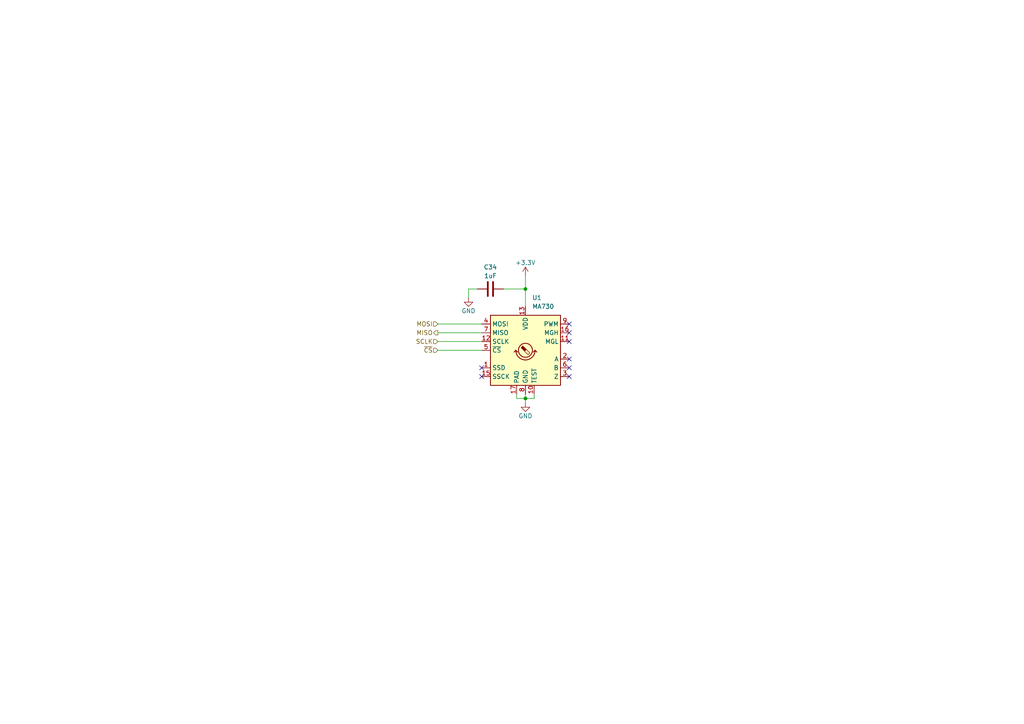
<source format=kicad_sch>
(kicad_sch (version 20230121) (generator eeschema)
  (paper "A4")
  (lib_symbols
    (symbol "Device:C" (pin_numbers hide) (pin_names (offset 0.254))
      (property "Reference" "C" (at 0.635 2.54 0))
      (property "Value" "C" (at 0.635 -2.54 0))
      (symbol "C_0_1"
        (polyline (pts (xy -2.032 -0.762) (xy 2.032 -0.762)) (stroke (width 0.508)))
        (polyline (pts (xy -2.032 0.762) (xy 2.032 0.762)) (stroke (width 0.508)))
      )
      (symbol "C_1_1"
        (pin passive line (at 0 3.81 270) (length 2.794) (name "~") (number "1"))
        (pin passive line (at 0 -3.81 90) (length 2.794) (name "~") (number "2"))
      )
    )
    (symbol "Sensor_Magnetic:MA730"
      (property "Reference" "U" (at -10.16 11.43 0))
      (property "Value" "MA730" (at 10.16 11.43 0))
      (symbol "MA730_0_1"
        (rectangle (start -10.16 10.16) (end 10.16 -10.16) (stroke (width 0.254)) (fill (type background)))
        (arc (start -2.794 0) (mid 0 -2.7819) (end 2.794 0) (stroke (width 0.254)))
        (polyline (pts (xy -2.794 0) (xy -3.302 -0.508)) (stroke (width 0.254)))
        (polyline (pts (xy -2.794 0) (xy -2.286 -0.508)) (stroke (width 0.254)))
        (polyline (pts (xy 2.794 0) (xy 2.286 -0.508)) (stroke (width 0.254)))
        (polyline (pts (xy 2.794 0) (xy 3.302 -0.508)) (stroke (width 0.254)))
      )
      (symbol "MA730_1_1"
        (polyline (pts (xy 0.254 0.254) (xy 1.27 -0.762) (xy 0.762 -1.27) (xy -0.254 -0.254)))
        (polyline (pts (xy -0.762 1.27) (xy 0.254 0.254) (xy -0.254 -0.254) (xy -1.27 0.762) (xy -1.016 1.016) (xy -0.762 1.27) (xy -0.635 1.143)) (fill (type outline)))
        (circle (center 0 0) (radius 2.032) (stroke (width 0.254)))
        (pin output line (at -12.7 -5.08 0) (length 2.54) (name "SSD") (number "1"))
        (pin passive line (at 2.54 -12.7 90) (length 2.54) (name "TEST") (number "10"))
        (pin output line (at 12.7 2.54 180) (length 2.54) (name "MGL") (number "11"))
        (pin input line (at -12.7 2.54 0) (length 2.54) (name "SCLK") (number "12"))
        (pin power_in line (at 0 12.7 270) (length 2.54) (name "VDD") (number "13"))
        (pin no_connect line (at 5.08 -10.16 90) (length 2.54) hide (name "NC") (number "14"))
        (pin input line (at -12.7 -7.62 0) (length 2.54) (name "SSCK") (number "15"))
        (pin output line (at 12.7 5.08 180) (length 2.54) (name "MGH") (number "16"))
        (pin input line (at -2.54 -12.7 90) (length 2.54) (name "PAD") (number "17"))
        (pin output line (at 12.7 -2.54 180) (length 2.54) (name "A") (number "2"))
        (pin output line (at 12.7 -7.62 180) (length 2.54) (name "Z") (number "3"))
        (pin input line (at -12.7 7.62 0) (length 2.54) (name "MOSI") (number "4"))
        (pin input line (at -12.7 0 0) (length 2.54) (name "~{CS}") (number "5"))
        (pin output line (at 12.7 -5.08 180) (length 2.54) (name "B") (number "6"))
        (pin output line (at -12.7 5.08 0) (length 2.54) (name "MISO") (number "7"))
        (pin power_in line (at 0 -12.7 90) (length 2.54) (name "GND") (number "8"))
        (pin output line (at 12.7 7.62 180) (length 2.54) (name "PWM") (number "9"))
      )
    )
    (symbol "power:+3.3V" (power) (pin_names (offset 0))
      (property "Value" "+3.3V" (at 0 3.556 0))
      (symbol "+3.3V_0_1"
        (polyline (pts (xy -0.762 1.27) (xy 0 2.54)))
        (polyline (pts (xy 0 0) (xy 0 2.54)))
        (polyline (pts (xy 0 2.54) (xy 0.762 1.27)))
      )
      (symbol "+3.3V_1_1"
        (pin power_in line (at 0 0 90) (length 0) hide (name "+3.3V") (number "1"))
      )
    )
    (symbol "power:GND" (power) (pin_names (offset 0))
      (property "Value" "GND" (at 0 -3.81 0))
      (symbol "GND_0_1"
        (polyline (pts (xy 0 0) (xy 0 -1.27) (xy 1.27 -1.27) (xy 0 -2.54) (xy -1.27 -1.27) (xy 0 -1.27)))
      )
      (symbol "GND_1_1"
        (pin power_in line (at 0 0 270) (length 0) hide (name "GND") (number "1"))
      )
    )
  )
  (junction (at 152.4 83.82))
  (junction (at 152.4 115.57))
  (no_connect (at 165.1 96.52))
  (no_connect (at 165.1 104.14))
  (no_connect (at 139.7 106.68))
  (no_connect (at 165.1 109.22))
  (no_connect (at 165.1 106.68))
  (no_connect (at 139.7 109.22))
  (no_connect (at 165.1 99.06))
  (no_connect (at 165.1 93.98))
  (wire (pts (xy 149.86 114.3) (xy 149.86 115.57)))
  (wire (pts (xy 152.4 114.3) (xy 152.4 115.57)))
  (wire (pts (xy 154.94 114.3) (xy 154.94 115.57)))
  (wire (pts (xy 127 99.06) (xy 139.7 99.06)))
  (wire (pts (xy 146.05 83.82) (xy 152.4 83.82)))
  (wire (pts (xy 149.86 115.57) (xy 152.4 115.57)))
  (wire (pts (xy 127 96.52) (xy 139.7 96.52)))
  (wire (pts (xy 127 101.6) (xy 139.7 101.6)))
  (wire (pts (xy 152.4 80.01) (xy 152.4 83.82)))
  (wire (pts (xy 152.4 115.57) (xy 154.94 115.57)))
  (wire (pts (xy 135.89 83.82) (xy 135.89 86.36)))
  (wire (pts (xy 127 93.98) (xy 139.7 93.98)))
  (wire (pts (xy 152.4 115.57) (xy 152.4 116.84)))
  (wire (pts (xy 138.43 83.82) (xy 135.89 83.82)))
  (wire (pts (xy 152.4 83.82) (xy 152.4 88.9)))
  (hierarchical_label "~{CS}" (shape input) (at 127 101.6 180))
  (hierarchical_label "MISO" (shape output) (at 127 96.52 180))
  (hierarchical_label "MOSI" (shape input) (at 127 93.98 180))
  (hierarchical_label "SCLK" (shape input) (at 127 99.06 180))
  (symbol (lib_id "power:GND") (at 135.89 86.36 0) (unit 1)
    (property "Reference" "#PWR039" (effects hide))
    (property "Value" "GND" (at 135.89 90.17 0))
    (instances (project "moco-oi401" (path "" (reference "#PWR039") (unit 1))) (project "moco-od501" (path "" (reference "#PWR?") (unit 1))))
  )
  (symbol (lib_id "Device:C") (at 142.24 83.82 90) (unit 1)
    (property "Reference" "C34" (at 142.24 77.47 90))
    (property "Value" "1uF" (at 142.24 80.01 90))
    (property "Footprint" "Capacitor_SMD:C_0402_1005Metric_Pad0.74x0.62mm_HandSolder" (effects hide))
  )
  (symbol (lib_id "power:GND") (at 152.4 116.84 0) (unit 1)
    (property "Reference" "#PWR06" (effects hide))
    (property "Value" "GND" (at 152.4 120.65 0))
    (instances (project "moco-oi401" (path "" (reference "#PWR06") (unit 1))) (project "moco-od501" (path "" (reference "#PWR?") (unit 1))))
  )
  (symbol (lib_id "Sensor_Magnetic:MA730") (at 152.4 101.6 0) (unit 1)
    (property "Reference" "U1" (at 154.3559 86.36 0) (effects (justify left)))
    (property "Value" "MA730" (at 154.3559 88.9 0) (effects (justify left)))
    (property "Footprint" "Package_DFN_QFN:QFN-16-1EP_3x3mm_P0.5mm_EP1.75x1.75mm" (effects hide))
    (property "Datasheet" "https://www.monolithicpower.com/pub/media/document/m/a/ma730_r1.01.pdf" (effects hide))
  )
  (symbol (lib_id "power:+3.3V") (at 152.4 80.01 0) (unit 1)
    (property "Reference" "#PWR038" (effects hide))
    (property "Value" "+3.3V" (at 152.4 76.2 0))
    (instances (project "moco-oi401" (path "" (reference "#PWR038") (unit 1))) (project "moco-od501" (path "" (reference "#PWR?") (unit 1))))
  )
)
</source>
